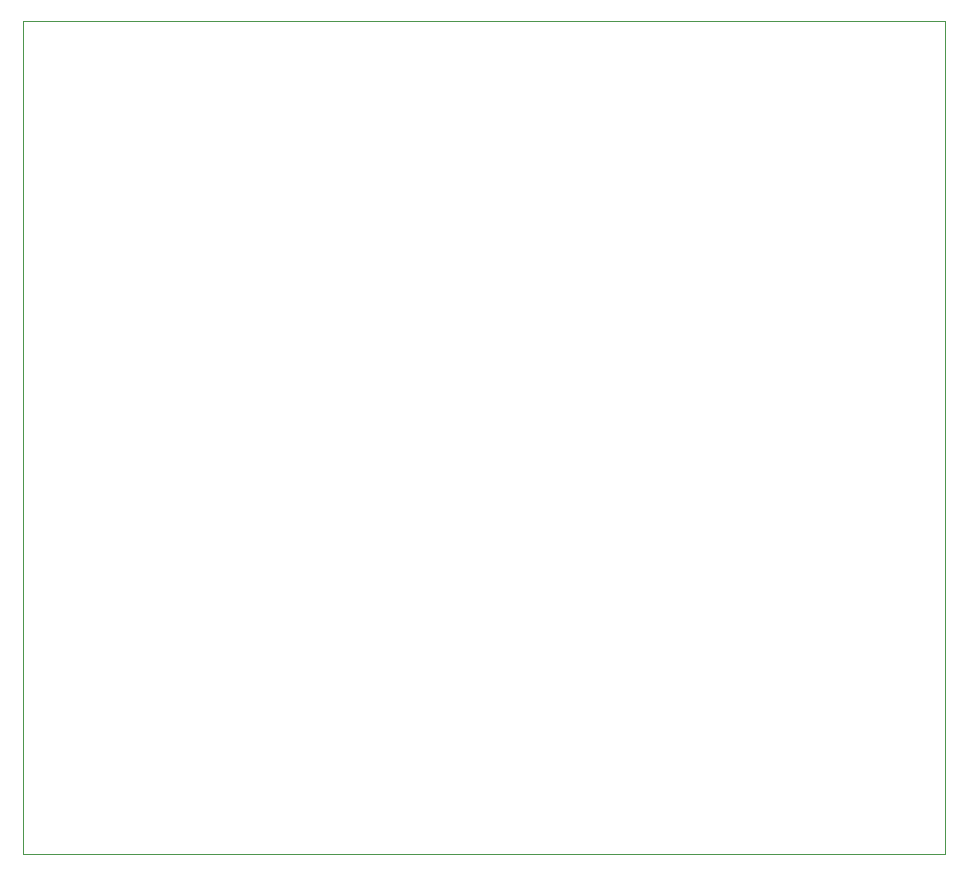
<source format=gbr>
%TF.GenerationSoftware,KiCad,Pcbnew,9.0.0*%
%TF.CreationDate,2025-02-23T12:28:02-06:00*%
%TF.ProjectId,PicoPowerManagement,5069636f-506f-4776-9572-4d616e616765,rev?*%
%TF.SameCoordinates,Original*%
%TF.FileFunction,Profile,NP*%
%FSLAX46Y46*%
G04 Gerber Fmt 4.6, Leading zero omitted, Abs format (unit mm)*
G04 Created by KiCad (PCBNEW 9.0.0) date 2025-02-23 12:28:02*
%MOMM*%
%LPD*%
G01*
G04 APERTURE LIST*
%TA.AperFunction,Profile*%
%ADD10C,0.050000*%
%TD*%
G04 APERTURE END LIST*
D10*
X78500000Y-55500000D02*
X156500000Y-55500000D01*
X156500000Y-126000000D01*
X78500000Y-126000000D01*
X78500000Y-55500000D01*
M02*

</source>
